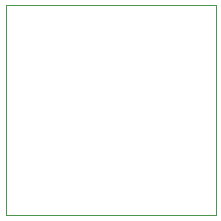
<source format=gm1>
G04 #@! TF.GenerationSoftware,KiCad,Pcbnew,(5.1.6)-1*
G04 #@! TF.CreationDate,2020-05-31T12:00:00+09:00*
G04 #@! TF.ProjectId,NOT,4e4f542e-6b69-4636-9164-5f7063625858,rev?*
G04 #@! TF.SameCoordinates,Original*
G04 #@! TF.FileFunction,Profile,NP*
%FSLAX46Y46*%
G04 Gerber Fmt 4.6, Leading zero omitted, Abs format (unit mm)*
G04 Created by KiCad (PCBNEW (5.1.6)-1) date 2020-05-31 12:00:00*
%MOMM*%
%LPD*%
G01*
G04 APERTURE LIST*
G04 #@! TA.AperFunction,Profile*
%ADD10C,0.050000*%
G04 #@! TD*
G04 APERTURE END LIST*
D10*
X123825000Y-88900000D02*
X123825000Y-71120000D01*
X141605000Y-88900000D02*
X123825000Y-88900000D01*
X141605000Y-71120000D02*
X141605000Y-88900000D01*
X123825000Y-71120000D02*
X141605000Y-71120000D01*
M02*

</source>
